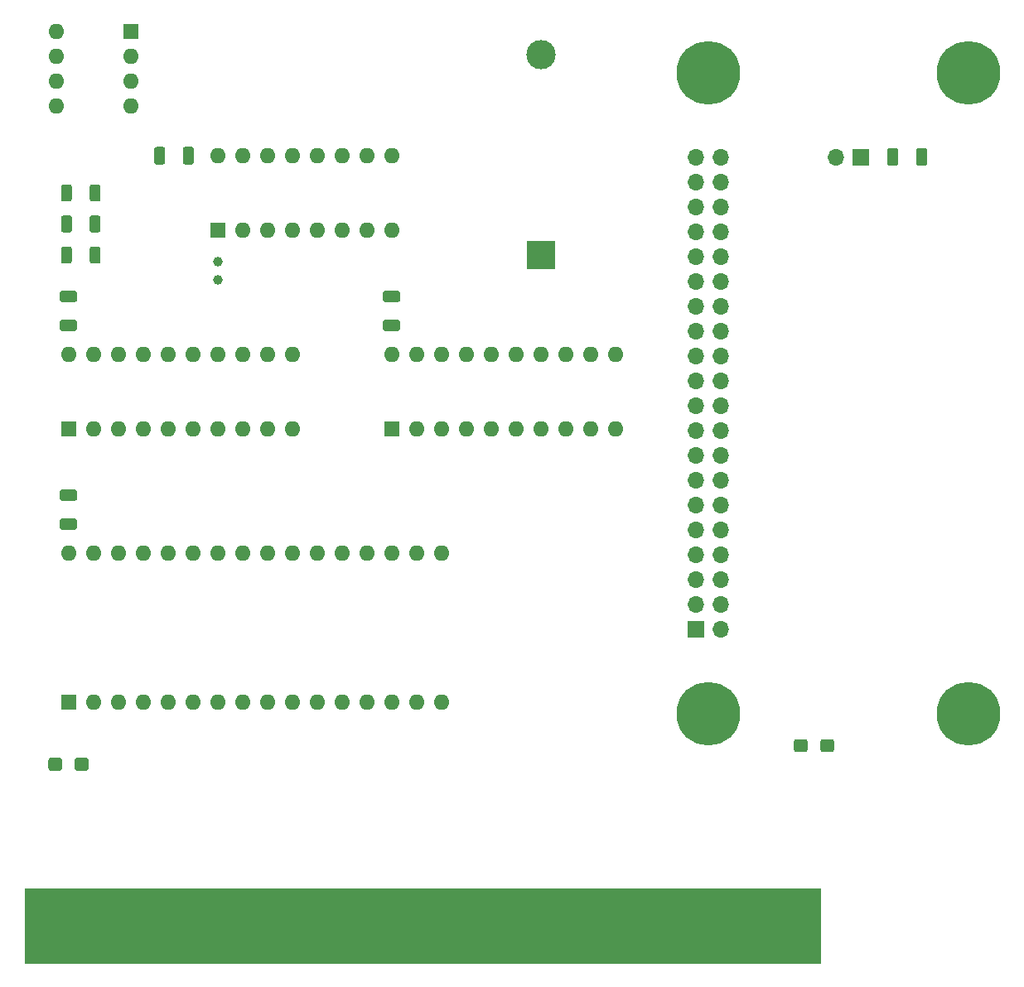
<source format=gts>
%TF.GenerationSoftware,KiCad,Pcbnew,(5.1.9)-1*%
%TF.CreationDate,2021-10-09T15:04:23+08:00*%
%TF.ProjectId,CFSuperLite,43465375-7065-4724-9c69-74652e6b6963,rev?*%
%TF.SameCoordinates,Original*%
%TF.FileFunction,Soldermask,Top*%
%TF.FilePolarity,Negative*%
%FSLAX46Y46*%
G04 Gerber Fmt 4.6, Leading zero omitted, Abs format (unit mm)*
G04 Created by KiCad (PCBNEW (5.1.9)-1) date 2021-10-09 15:04:23*
%MOMM*%
%LPD*%
G01*
G04 APERTURE LIST*
%ADD10C,0.100000*%
%ADD11R,1.780000X6.820000*%
%ADD12R,3.000000X3.000000*%
%ADD13C,3.000000*%
%ADD14O,1.600000X1.600000*%
%ADD15R,1.600000X1.600000*%
%ADD16O,1.700000X1.700000*%
%ADD17R,1.700000X1.700000*%
%ADD18C,1.000000*%
%ADD19C,6.500000*%
G04 APERTURE END LIST*
D10*
G36*
X177800000Y-142240000D02*
G01*
X96520000Y-142240000D01*
X96520000Y-134620000D01*
X177800000Y-134620000D01*
X177800000Y-142240000D01*
G37*
X177800000Y-142240000D02*
X96520000Y-142240000D01*
X96520000Y-134620000D01*
X177800000Y-134620000D01*
X177800000Y-142240000D01*
%TO.C,C7*%
G36*
G01*
X177815000Y-120440001D02*
X177815000Y-119589999D01*
G75*
G02*
X178064999Y-119340000I249999J0D01*
G01*
X178965001Y-119340000D01*
G75*
G02*
X179215000Y-119589999I0J-249999D01*
G01*
X179215000Y-120440001D01*
G75*
G02*
X178965001Y-120690000I-249999J0D01*
G01*
X178064999Y-120690000D01*
G75*
G02*
X177815000Y-120440001I0J249999D01*
G01*
G37*
G36*
G01*
X175115000Y-120440001D02*
X175115000Y-119589999D01*
G75*
G02*
X175364999Y-119340000I249999J0D01*
G01*
X176265001Y-119340000D01*
G75*
G02*
X176515000Y-119589999I0J-249999D01*
G01*
X176515000Y-120440001D01*
G75*
G02*
X176265001Y-120690000I-249999J0D01*
G01*
X175364999Y-120690000D01*
G75*
G02*
X175115000Y-120440001I0J249999D01*
G01*
G37*
%TD*%
%TO.C,C6*%
G36*
G01*
X101615000Y-122345001D02*
X101615000Y-121494999D01*
G75*
G02*
X101864999Y-121245000I249999J0D01*
G01*
X102765001Y-121245000D01*
G75*
G02*
X103015000Y-121494999I0J-249999D01*
G01*
X103015000Y-122345001D01*
G75*
G02*
X102765001Y-122595000I-249999J0D01*
G01*
X101864999Y-122595000D01*
G75*
G02*
X101615000Y-122345001I0J249999D01*
G01*
G37*
G36*
G01*
X98915000Y-122345001D02*
X98915000Y-121494999D01*
G75*
G02*
X99164999Y-121245000I249999J0D01*
G01*
X100065001Y-121245000D01*
G75*
G02*
X100315000Y-121494999I0J-249999D01*
G01*
X100315000Y-122345001D01*
G75*
G02*
X100065001Y-122595000I-249999J0D01*
G01*
X99164999Y-122595000D01*
G75*
G02*
X98915000Y-122345001I0J249999D01*
G01*
G37*
%TD*%
D11*
%TO.C,J3*%
X99060000Y-138030000D03*
X101600000Y-138030000D03*
X104140000Y-138030000D03*
X106680000Y-138030000D03*
X109220000Y-138030000D03*
X111760000Y-138030000D03*
X114300000Y-138030000D03*
X116840000Y-138030000D03*
X119380000Y-138030000D03*
X121920000Y-138030000D03*
X124460000Y-138030000D03*
X127000000Y-138030000D03*
X129540000Y-138030000D03*
X132080000Y-138030000D03*
X134620000Y-138030000D03*
X137160000Y-138030000D03*
X139700000Y-138030000D03*
X142240000Y-138030000D03*
X144780000Y-138030000D03*
X147320000Y-138030000D03*
X149860000Y-138030000D03*
X152400000Y-138030000D03*
X154940000Y-138030000D03*
X157480000Y-138030000D03*
X160020000Y-138030000D03*
X162560000Y-138030000D03*
X165100000Y-138030000D03*
X167640000Y-138030000D03*
X170180000Y-138030000D03*
X172720000Y-138030000D03*
X175260000Y-138030000D03*
%TD*%
%TO.C,C4*%
G36*
G01*
X110860000Y-59039999D02*
X110860000Y-60340001D01*
G75*
G02*
X110610001Y-60590000I-249999J0D01*
G01*
X109959999Y-60590000D01*
G75*
G02*
X109710000Y-60340001I0J249999D01*
G01*
X109710000Y-59039999D01*
G75*
G02*
X109959999Y-58790000I249999J0D01*
G01*
X110610001Y-58790000D01*
G75*
G02*
X110860000Y-59039999I0J-249999D01*
G01*
G37*
G36*
G01*
X113810000Y-59039999D02*
X113810000Y-60340001D01*
G75*
G02*
X113560001Y-60590000I-249999J0D01*
G01*
X112909999Y-60590000D01*
G75*
G02*
X112660000Y-60340001I0J249999D01*
G01*
X112660000Y-59039999D01*
G75*
G02*
X112909999Y-58790000I249999J0D01*
G01*
X113560001Y-58790000D01*
G75*
G02*
X113810000Y-59039999I0J-249999D01*
G01*
G37*
%TD*%
%TO.C,C2*%
G36*
G01*
X134635001Y-74665000D02*
X133334999Y-74665000D01*
G75*
G02*
X133085000Y-74415001I0J249999D01*
G01*
X133085000Y-73764999D01*
G75*
G02*
X133334999Y-73515000I249999J0D01*
G01*
X134635001Y-73515000D01*
G75*
G02*
X134885000Y-73764999I0J-249999D01*
G01*
X134885000Y-74415001D01*
G75*
G02*
X134635001Y-74665000I-249999J0D01*
G01*
G37*
G36*
G01*
X134635001Y-77615000D02*
X133334999Y-77615000D01*
G75*
G02*
X133085000Y-77365001I0J249999D01*
G01*
X133085000Y-76714999D01*
G75*
G02*
X133334999Y-76465000I249999J0D01*
G01*
X134635001Y-76465000D01*
G75*
G02*
X134885000Y-76714999I0J-249999D01*
G01*
X134885000Y-77365001D01*
G75*
G02*
X134635001Y-77615000I-249999J0D01*
G01*
G37*
%TD*%
%TO.C,C1*%
G36*
G01*
X101615001Y-94985000D02*
X100314999Y-94985000D01*
G75*
G02*
X100065000Y-94735001I0J249999D01*
G01*
X100065000Y-94084999D01*
G75*
G02*
X100314999Y-93835000I249999J0D01*
G01*
X101615001Y-93835000D01*
G75*
G02*
X101865000Y-94084999I0J-249999D01*
G01*
X101865000Y-94735001D01*
G75*
G02*
X101615001Y-94985000I-249999J0D01*
G01*
G37*
G36*
G01*
X101615001Y-97935000D02*
X100314999Y-97935000D01*
G75*
G02*
X100065000Y-97685001I0J249999D01*
G01*
X100065000Y-97034999D01*
G75*
G02*
X100314999Y-96785000I249999J0D01*
G01*
X101615001Y-96785000D01*
G75*
G02*
X101865000Y-97034999I0J-249999D01*
G01*
X101865000Y-97685001D01*
G75*
G02*
X101615001Y-97935000I-249999J0D01*
G01*
G37*
%TD*%
%TO.C,C3*%
G36*
G01*
X101615001Y-74665000D02*
X100314999Y-74665000D01*
G75*
G02*
X100065000Y-74415001I0J249999D01*
G01*
X100065000Y-73764999D01*
G75*
G02*
X100314999Y-73515000I249999J0D01*
G01*
X101615001Y-73515000D01*
G75*
G02*
X101865000Y-73764999I0J-249999D01*
G01*
X101865000Y-74415001D01*
G75*
G02*
X101615001Y-74665000I-249999J0D01*
G01*
G37*
G36*
G01*
X101615001Y-77615000D02*
X100314999Y-77615000D01*
G75*
G02*
X100065000Y-77365001I0J249999D01*
G01*
X100065000Y-76714999D01*
G75*
G02*
X100314999Y-76465000I249999J0D01*
G01*
X101615001Y-76465000D01*
G75*
G02*
X101865000Y-76714999I0J-249999D01*
G01*
X101865000Y-77365001D01*
G75*
G02*
X101615001Y-77615000I-249999J0D01*
G01*
G37*
%TD*%
%TO.C,R1*%
G36*
G01*
X103135000Y-70475002D02*
X103135000Y-69224998D01*
G75*
G02*
X103384998Y-68975000I249998J0D01*
G01*
X104010002Y-68975000D01*
G75*
G02*
X104260000Y-69224998I0J-249998D01*
G01*
X104260000Y-70475002D01*
G75*
G02*
X104010002Y-70725000I-249998J0D01*
G01*
X103384998Y-70725000D01*
G75*
G02*
X103135000Y-70475002I0J249998D01*
G01*
G37*
G36*
G01*
X100210000Y-70475002D02*
X100210000Y-69224998D01*
G75*
G02*
X100459998Y-68975000I249998J0D01*
G01*
X101085002Y-68975000D01*
G75*
G02*
X101335000Y-69224998I0J-249998D01*
G01*
X101335000Y-70475002D01*
G75*
G02*
X101085002Y-70725000I-249998J0D01*
G01*
X100459998Y-70725000D01*
G75*
G02*
X100210000Y-70475002I0J249998D01*
G01*
G37*
%TD*%
%TO.C,R2*%
G36*
G01*
X103135000Y-67300002D02*
X103135000Y-66049998D01*
G75*
G02*
X103384998Y-65800000I249998J0D01*
G01*
X104010002Y-65800000D01*
G75*
G02*
X104260000Y-66049998I0J-249998D01*
G01*
X104260000Y-67300002D01*
G75*
G02*
X104010002Y-67550000I-249998J0D01*
G01*
X103384998Y-67550000D01*
G75*
G02*
X103135000Y-67300002I0J249998D01*
G01*
G37*
G36*
G01*
X100210000Y-67300002D02*
X100210000Y-66049998D01*
G75*
G02*
X100459998Y-65800000I249998J0D01*
G01*
X101085002Y-65800000D01*
G75*
G02*
X101335000Y-66049998I0J-249998D01*
G01*
X101335000Y-67300002D01*
G75*
G02*
X101085002Y-67550000I-249998J0D01*
G01*
X100459998Y-67550000D01*
G75*
G02*
X100210000Y-67300002I0J249998D01*
G01*
G37*
%TD*%
%TO.C,R3*%
G36*
G01*
X103135000Y-64125002D02*
X103135000Y-62874998D01*
G75*
G02*
X103384998Y-62625000I249998J0D01*
G01*
X104010002Y-62625000D01*
G75*
G02*
X104260000Y-62874998I0J-249998D01*
G01*
X104260000Y-64125002D01*
G75*
G02*
X104010002Y-64375000I-249998J0D01*
G01*
X103384998Y-64375000D01*
G75*
G02*
X103135000Y-64125002I0J249998D01*
G01*
G37*
G36*
G01*
X100210000Y-64125002D02*
X100210000Y-62874998D01*
G75*
G02*
X100459998Y-62625000I249998J0D01*
G01*
X101085002Y-62625000D01*
G75*
G02*
X101335000Y-62874998I0J-249998D01*
G01*
X101335000Y-64125002D01*
G75*
G02*
X101085002Y-64375000I-249998J0D01*
G01*
X100459998Y-64375000D01*
G75*
G02*
X100210000Y-64125002I0J249998D01*
G01*
G37*
%TD*%
%TO.C,C5*%
G36*
G01*
X187590000Y-60467001D02*
X187590000Y-59166999D01*
G75*
G02*
X187839999Y-58917000I249999J0D01*
G01*
X188490001Y-58917000D01*
G75*
G02*
X188740000Y-59166999I0J-249999D01*
G01*
X188740000Y-60467001D01*
G75*
G02*
X188490001Y-60717000I-249999J0D01*
G01*
X187839999Y-60717000D01*
G75*
G02*
X187590000Y-60467001I0J249999D01*
G01*
G37*
G36*
G01*
X184640000Y-60467001D02*
X184640000Y-59166999D01*
G75*
G02*
X184889999Y-58917000I249999J0D01*
G01*
X185540001Y-58917000D01*
G75*
G02*
X185790000Y-59166999I0J-249999D01*
G01*
X185790000Y-60467001D01*
G75*
G02*
X185540001Y-60717000I-249999J0D01*
G01*
X184889999Y-60717000D01*
G75*
G02*
X184640000Y-60467001I0J249999D01*
G01*
G37*
%TD*%
D12*
%TO.C,BAT1*%
X149225000Y-69850000D03*
D13*
X149225000Y-49360000D03*
%TD*%
D14*
%TO.C,U1*%
X100965000Y-100330000D03*
X139065000Y-115570000D03*
X103505000Y-100330000D03*
X136525000Y-115570000D03*
X106045000Y-100330000D03*
X133985000Y-115570000D03*
X108585000Y-100330000D03*
X131445000Y-115570000D03*
X111125000Y-100330000D03*
X128905000Y-115570000D03*
X113665000Y-100330000D03*
X126365000Y-115570000D03*
X116205000Y-100330000D03*
X123825000Y-115570000D03*
X118745000Y-100330000D03*
X121285000Y-115570000D03*
X121285000Y-100330000D03*
X118745000Y-115570000D03*
X123825000Y-100330000D03*
X116205000Y-115570000D03*
X126365000Y-100330000D03*
X113665000Y-115570000D03*
X128905000Y-100330000D03*
X111125000Y-115570000D03*
X131445000Y-100330000D03*
X108585000Y-115570000D03*
X133985000Y-100330000D03*
X106045000Y-115570000D03*
X136525000Y-100330000D03*
X103505000Y-115570000D03*
X139065000Y-100330000D03*
D15*
X100965000Y-115570000D03*
%TD*%
D14*
%TO.C,SW1*%
X99695000Y-46990000D03*
X107315000Y-54610000D03*
X99695000Y-49530000D03*
X107315000Y-52070000D03*
X99695000Y-52070000D03*
X107315000Y-49530000D03*
X99695000Y-54610000D03*
D15*
X107315000Y-46990000D03*
%TD*%
D14*
%TO.C,U3*%
X100965000Y-80010000D03*
X123825000Y-87630000D03*
X103505000Y-80010000D03*
X121285000Y-87630000D03*
X106045000Y-80010000D03*
X118745000Y-87630000D03*
X108585000Y-80010000D03*
X116205000Y-87630000D03*
X111125000Y-80010000D03*
X113665000Y-87630000D03*
X113665000Y-80010000D03*
X111125000Y-87630000D03*
X116205000Y-80010000D03*
X108585000Y-87630000D03*
X118745000Y-80010000D03*
X106045000Y-87630000D03*
X121285000Y-80010000D03*
X103505000Y-87630000D03*
X123825000Y-80010000D03*
D15*
X100965000Y-87630000D03*
%TD*%
D16*
%TO.C,J2*%
X179411000Y-59817000D03*
D17*
X181951000Y-59817000D03*
%TD*%
D16*
%TO.C,J1*%
X167640000Y-59817000D03*
X165100000Y-59817000D03*
X167640000Y-62357000D03*
X165100000Y-62357000D03*
X167640000Y-64897000D03*
X165100000Y-64897000D03*
X167640000Y-67437000D03*
X165100000Y-67437000D03*
X167640000Y-69977000D03*
X165100000Y-69977000D03*
X167640000Y-72517000D03*
X165100000Y-72517000D03*
X167640000Y-75057000D03*
X165100000Y-75057000D03*
X167640000Y-77597000D03*
X165100000Y-77597000D03*
X167640000Y-80137000D03*
X165100000Y-80137000D03*
X167640000Y-82677000D03*
X165100000Y-82677000D03*
X167640000Y-85217000D03*
X165100000Y-85217000D03*
X167640000Y-87757000D03*
X165100000Y-87757000D03*
X167640000Y-90297000D03*
X165100000Y-90297000D03*
X167640000Y-92837000D03*
X165100000Y-92837000D03*
X167640000Y-95377000D03*
X165100000Y-95377000D03*
X167640000Y-97917000D03*
X165100000Y-97917000D03*
X167640000Y-100457000D03*
X165100000Y-100457000D03*
X167640000Y-102997000D03*
X165100000Y-102997000D03*
X167640000Y-105537000D03*
X165100000Y-105537000D03*
X167640000Y-108077000D03*
D17*
X165100000Y-108077000D03*
%TD*%
D15*
%TO.C,U4*%
X116205000Y-67310000D03*
D14*
X133985000Y-59690000D03*
X118745000Y-67310000D03*
X131445000Y-59690000D03*
X121285000Y-67310000D03*
X128905000Y-59690000D03*
X123825000Y-67310000D03*
X126365000Y-59690000D03*
X126365000Y-67310000D03*
X123825000Y-59690000D03*
X128905000Y-67310000D03*
X121285000Y-59690000D03*
X131445000Y-67310000D03*
X118745000Y-59690000D03*
X133985000Y-67310000D03*
X116205000Y-59690000D03*
%TD*%
D18*
%TO.C,Y1*%
X116205000Y-70490000D03*
X116205000Y-72390000D03*
%TD*%
D19*
%TO.C,H4*%
X192913000Y-116713000D03*
%TD*%
D14*
%TO.C,U2*%
X133985000Y-80010000D03*
X156845000Y-87630000D03*
X136525000Y-80010000D03*
X154305000Y-87630000D03*
X139065000Y-80010000D03*
X151765000Y-87630000D03*
X141605000Y-80010000D03*
X149225000Y-87630000D03*
X144145000Y-80010000D03*
X146685000Y-87630000D03*
X146685000Y-80010000D03*
X144145000Y-87630000D03*
X149225000Y-80010000D03*
X141605000Y-87630000D03*
X151765000Y-80010000D03*
X139065000Y-87630000D03*
X154305000Y-80010000D03*
X136525000Y-87630000D03*
X156845000Y-80010000D03*
D15*
X133985000Y-87630000D03*
%TD*%
D19*
%TO.C,H3*%
X166370000Y-116713000D03*
%TD*%
%TO.C,H1*%
X166370000Y-51181000D03*
%TD*%
%TO.C,H2*%
X192913000Y-51181000D03*
%TD*%
M02*

</source>
